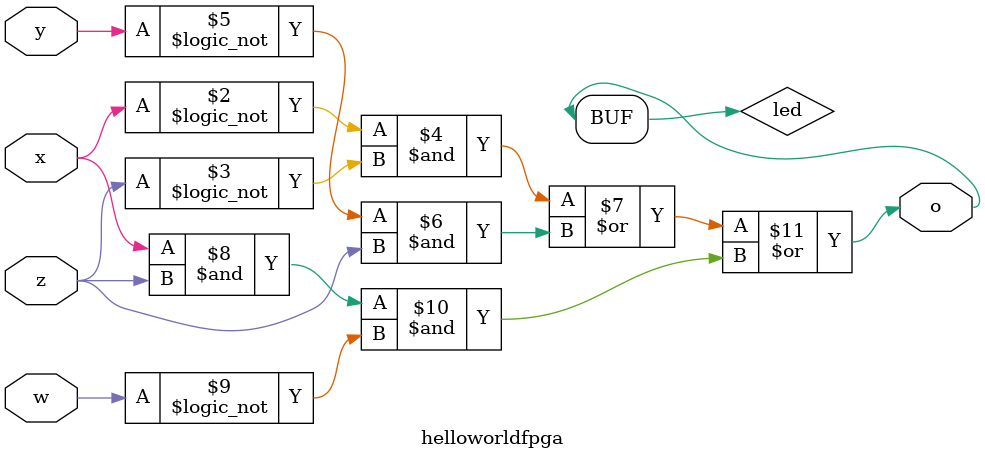
<source format=v>


module helloworldfpga(
    input x,
    input y,
    input z,
    input w,
    output wire o,
);
     reg	led;
always@(x,y,z,w)
begin
led=(!x&!z)|(!y&z)|(x&z&!w); //reset the led
end
    assign o = led;
endmodule
//end of the module





</source>
